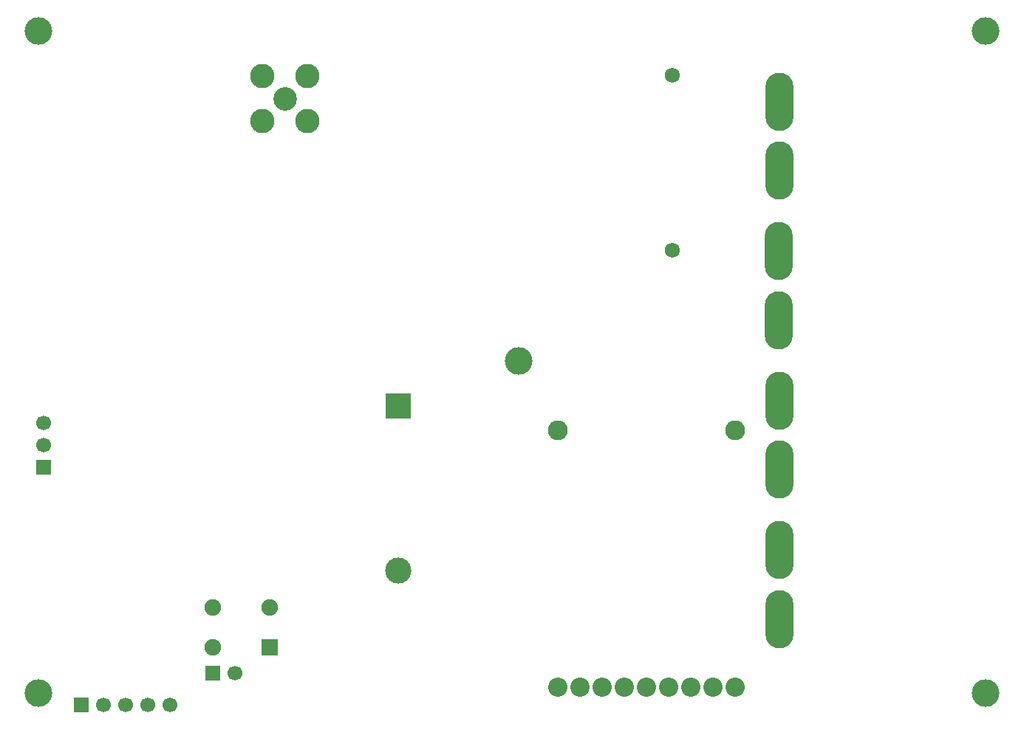
<source format=gbr>
%TF.GenerationSoftware,Novarm,DipTrace,3.3.0.1*%
%TF.CreationDate,2018-11-14T10:20:17-08:00*%
%FSLAX26Y26*%
%MOIN*%
%TF.FileFunction,Soldermask,Bot*%
%TF.Part,Single*%
%ADD64C,0.125*%
%ADD65C,0.09*%
%ADD73C,0.06788*%
%ADD75C,0.086896*%
%ADD103C,0.074809*%
%ADD105R,0.074809X0.074809*%
%ADD113O,0.12599X0.263786*%
%ADD115C,0.066935*%
%ADD117R,0.066935X0.066935*%
%ADD121C,0.118116*%
%ADD123R,0.118116X0.118116*%
%ADD135C,0.106305*%
%ADD137C,0.110242*%
G75*
G01*
%LPD*%
D137*
X1584951Y3131200D3*
X1787707D3*
Y3333956D3*
X1584951D3*
D135*
X1686329Y3232578D3*
D123*
X2197449Y1843700D3*
D121*
Y1101968D3*
D117*
X597443Y1568556D3*
D115*
Y1668556D3*
Y1768556D3*
D73*
X3434645Y3337120D3*
Y2549718D3*
D64*
X573700Y3538700D3*
X2741200Y2049949D3*
X573700Y548700D3*
X4848700D3*
Y3538700D3*
D113*
X3916111Y2544020D3*
Y2232997D3*
X3916200Y1193913D3*
Y882889D3*
Y3218700D3*
Y2907676D3*
Y1868842D3*
Y1557818D3*
D117*
X1359949Y637449D3*
D115*
X1459949D3*
D105*
X1616200Y756200D3*
D103*
Y933365D3*
X1360294D3*
Y756200D3*
D75*
X2916200Y574949D3*
X3016200D3*
X3116200D3*
X3216200D3*
X3316200D3*
X3416200D3*
X3516200D3*
X3616200D3*
X3716200D3*
D65*
X2916200Y1734949D3*
X3716200D3*
D117*
X766200Y493700D3*
D115*
X866200D3*
X966200D3*
X1066200D3*
X1166200D3*
M02*

</source>
